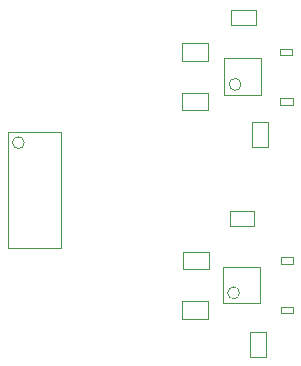
<source format=gbr>
%TF.GenerationSoftware,Altium Limited,Altium Designer,22.9.1 (49)*%
G04 Layer_Color=16711935*
%FSLAX25Y25*%
%MOIN*%
%TF.SameCoordinates,3D4AB22D-4464-4A1E-8ED4-CD8DD9DE0D00*%
%TF.FilePolarity,Positive*%
%TF.FileFunction,Other,Mechanical_13*%
%TF.Part,Single*%
G01*
G75*
%TA.AperFunction,NonConductor*%
%ADD47C,0.00394*%
D47*
X153949Y175248D02*
G03*
X153949Y175248I-1969J0D01*
G01*
X225689Y125209D02*
G03*
X225689Y125209I-1969J0D01*
G01*
X226189Y194709D02*
G03*
X226189Y194709I-1969J0D01*
G01*
X148437Y140209D02*
X166154D01*
X148437Y178791D02*
X166154D01*
Y140209D02*
Y178791D01*
X148437Y140209D02*
Y178791D01*
X206669Y186146D02*
X215331D01*
X206669Y191854D02*
X215331D01*
Y186146D02*
Y191854D01*
X206669Y186146D02*
Y191854D01*
X206618Y202646D02*
X215280D01*
X206618Y208354D02*
X215280D01*
Y202646D02*
Y208354D01*
X206618Y202646D02*
Y208354D01*
X239433Y134917D02*
X243567D01*
X239433Y137083D02*
X243567D01*
Y134917D02*
Y137083D01*
X239433Y134917D02*
Y137083D01*
Y118417D02*
X243567D01*
X239433Y120583D02*
X243567D01*
Y118417D02*
Y120583D01*
X239433Y118417D02*
Y120583D01*
X206827Y133146D02*
X215488D01*
X206827Y138854D02*
X215488D01*
Y133146D02*
Y138854D01*
X206827Y133146D02*
Y138854D01*
X222366Y147343D02*
Y152657D01*
X230634Y147343D02*
Y152657D01*
X222366D02*
X230634D01*
X222366Y147343D02*
X230634D01*
X229343Y103929D02*
X234658D01*
X229343Y112197D02*
X234658D01*
X229343Y103929D02*
Y112197D01*
X234658Y103929D02*
Y112197D01*
X232382Y121665D02*
Y133870D01*
X220177Y121665D02*
Y133870D01*
X232382D01*
X220177Y121665D02*
X232382D01*
X229842Y173929D02*
X235157D01*
X229842Y182197D02*
X235157D01*
X229842Y173929D02*
Y182197D01*
X235157Y173929D02*
Y182197D01*
X232882Y191165D02*
Y203370D01*
X220677Y191165D02*
Y203370D01*
X232882D01*
X220677Y191165D02*
X232882D01*
X222866Y214342D02*
Y219657D01*
X231134Y214342D02*
Y219657D01*
X222866D02*
X231134D01*
X222866Y214342D02*
X231134D01*
X239063Y204417D02*
X243197D01*
X239063Y206583D02*
X243197D01*
Y204417D02*
Y206583D01*
X239063Y204417D02*
Y206583D01*
X239303Y187917D02*
X243437D01*
X239303Y190083D02*
X243437D01*
Y187917D02*
Y190083D01*
X239303Y187917D02*
Y190083D01*
X206669Y116646D02*
X215331D01*
X206669Y122354D02*
X215331D01*
Y116646D02*
Y122354D01*
X206669Y116646D02*
Y122354D01*
%TF.MD5,c961d428d605514c358e0af052d311ef*%
M02*

</source>
